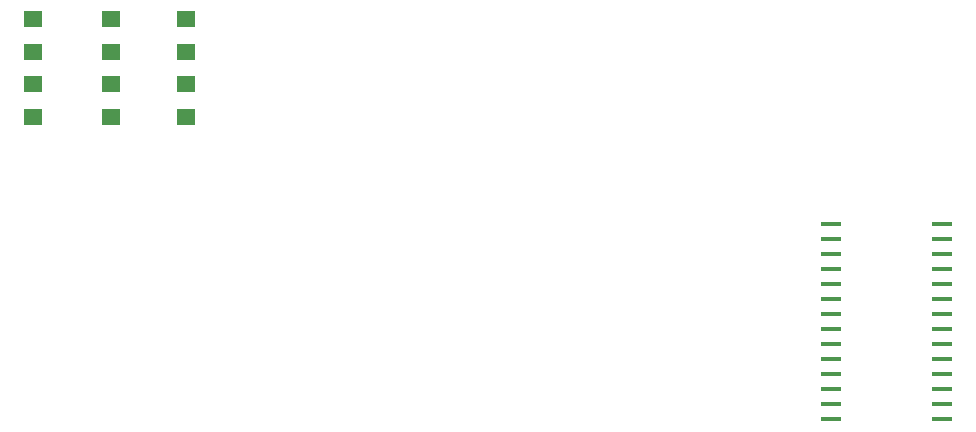
<source format=gbr>
G04 DipTrace 3.1.0.1*
G04 TopPaste.gbr*
%MOIN*%
G04 #@! TF.FileFunction,Paste,Top*
G04 #@! TF.Part,Single*
%ADD59R,0.062866X0.054992*%
%ADD73R,0.07074X0.015622*%
%FSLAX26Y26*%
G04*
G70*
G90*
G75*
G01*
G04 TopPaste*
%LPD*%
D73*
X3219000Y1560437D3*
Y1510437D3*
Y1460437D3*
Y1410437D3*
Y1360437D3*
Y1310437D3*
Y1260437D3*
Y1210437D3*
Y1160437D3*
Y1110437D3*
Y1060437D3*
Y1010437D3*
Y960437D3*
Y910437D3*
X3589079D3*
Y960437D3*
Y1010437D3*
Y1060437D3*
Y1110437D3*
Y1160437D3*
Y1210437D3*
Y1260437D3*
Y1310437D3*
Y1360437D3*
Y1410437D3*
Y1460437D3*
Y1510437D3*
Y1560437D3*
D59*
X556500Y2135437D3*
Y2245673D3*
X819000Y2135437D3*
Y2245673D3*
X1069000Y2135437D3*
Y2245673D3*
X556500Y1916689D3*
Y2026925D3*
X819000Y1916689D3*
Y2026925D3*
X1069000Y1916689D3*
Y2026925D3*
M02*

</source>
